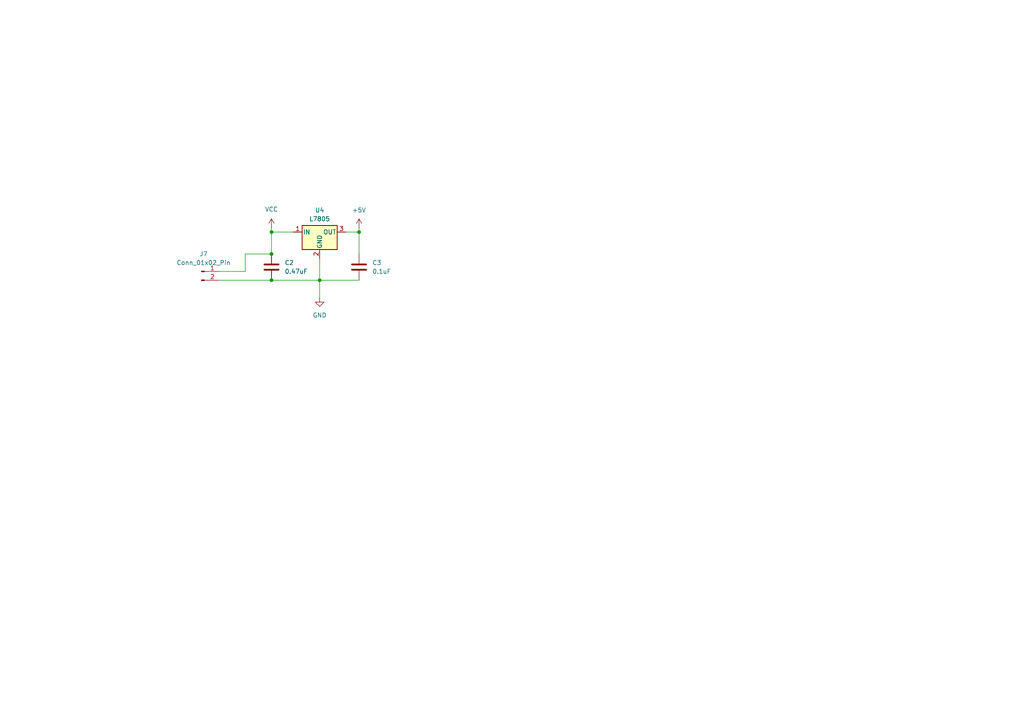
<source format=kicad_sch>
(kicad_sch (version 20250114) (generator "eeschema") (generator_version "9.0")
  (paper "A4")
  (lib_symbols
    (symbol "Connector:Conn_01x02_Pin" (pin_names (offset 1.016) (hide yes))
      (property "Reference" "J" (at 0 2.54 0))
      (property "Value" "Conn_01x02_Pin" (at 0 -5.08 0))
      (symbol "Conn_01x02_Pin_1_1"
        (rectangle (start 0.8636 0.127) (end 0 -0.127) (stroke (width 0.1524)) (fill (type outline)))
        (rectangle (start 0.8636 -2.413) (end 0 -2.667) (stroke (width 0.1524)) (fill (type outline)))
        (polyline (pts (xy 1.27 0) (xy 0.8636 0)) (stroke (width 0.1524)))
        (polyline (pts (xy 1.27 -2.54) (xy 0.8636 -2.54)) (stroke (width 0.1524)))
        (pin passive line (at 5.08 0 180) (length 3.81) (name "Pin_1") (number "1"))
        (pin passive line (at 5.08 -2.54 180) (length 3.81) (name "Pin_2") (number "2"))
      )
    )
    (symbol "Device:C" (pin_numbers (hide yes)) (pin_names (offset 0.254))
      (property "Reference" "C" (at 0.635 2.54 0))
      (property "Value" "C" (at 0.635 -2.54 0))
      (symbol "C_0_1"
        (polyline (pts (xy -2.032 0.762) (xy 2.032 0.762)) (stroke (width 0.508)))
        (polyline (pts (xy -2.032 -0.762) (xy 2.032 -0.762)) (stroke (width 0.508)))
      )
      (symbol "C_1_1"
        (pin passive line (at 0 3.81 270) (length 2.794) (name "~") (number "1"))
        (pin passive line (at 0 -3.81 90) (length 2.794) (name "~") (number "2"))
      )
    )
    (symbol "Regulator_Linear:L7805" (pin_names (offset 0.254))
      (property "Reference" "U" (at -3.81 3.175 0))
      (property "Value" "L7805" (at 0 3.175 0))
      (symbol "L7805_0_1"
        (rectangle (start -5.08 1.905) (end 5.08 -5.08) (stroke (width 0.254)) (fill (type background)))
      )
      (symbol "L7805_1_1"
        (pin power_in line (at -7.62 0 0) (length 2.54) (name "IN") (number "1"))
        (pin power_in line (at 0 -7.62 90) (length 2.54) (name "GND") (number "2"))
        (pin power_out line (at 7.62 0 180) (length 2.54) (name "OUT") (number "3"))
      )
    )
    (symbol "power:+5V" (power) (pin_numbers (hide yes)) (pin_names (offset 0) (hide yes))
      (property "Value" "+5V" (at 0 3.556 0))
      (symbol "+5V_0_1"
        (polyline (pts (xy -0.762 1.27) (xy 0 2.54)))
        (polyline (pts (xy 0 2.54) (xy 0.762 1.27)))
        (polyline (pts (xy 0 0) (xy 0 2.54)))
      )
      (symbol "+5V_1_1"
        (pin power_in line (at 0 0 90) (length 0) (name "~") (number "1"))
      )
    )
    (symbol "power:GND" (power) (pin_numbers (hide yes)) (pin_names (offset 0) (hide yes))
      (property "Value" "GND" (at 0 -3.81 0))
      (symbol "GND_0_1"
        (polyline (pts (xy 0 0) (xy 0 -1.27) (xy 1.27 -1.27) (xy 0 -2.54) (xy -1.27 -1.27) (xy 0 -1.27)))
      )
      (symbol "GND_1_1"
        (pin power_in line (at 0 0 270) (length 0) (name "~") (number "1"))
      )
    )
    (symbol "power:VCC" (power) (pin_numbers (hide yes)) (pin_names (offset 0) (hide yes))
      (property "Value" "VCC" (at 0 3.556 0))
      (symbol "VCC_0_1"
        (polyline (pts (xy -0.762 1.27) (xy 0 2.54)))
        (polyline (pts (xy 0 2.54) (xy 0.762 1.27)))
        (polyline (pts (xy 0 0) (xy 0 2.54)))
      )
      (symbol "VCC_1_1"
        (pin power_in line (at 0 0 90) (length 0) (name "~") (number "1"))
      )
    )
  )
  (junction (at 104.14 67.31))
  (junction (at 78.74 73.66))
  (junction (at 78.74 67.31))
  (junction (at 78.74 81.28))
  (junction (at 92.71 81.28))
  (wire (pts (xy 92.71 81.28) (xy 78.74 81.28)))
  (wire (pts (xy 104.14 66.04) (xy 104.14 67.31)))
  (wire (pts (xy 92.71 74.93) (xy 92.71 81.28)))
  (wire (pts (xy 71.12 73.66) (xy 78.74 73.66)))
  (wire (pts (xy 92.71 81.28) (xy 92.71 86.36)))
  (wire (pts (xy 78.74 67.31) (xy 78.74 73.66)))
  (wire (pts (xy 63.5 78.74) (xy 71.12 78.74)))
  (wire (pts (xy 63.5 81.28) (xy 78.74 81.28)))
  (wire (pts (xy 104.14 81.28) (xy 92.71 81.28)))
  (wire (pts (xy 100.33 67.31) (xy 104.14 67.31)))
  (wire (pts (xy 78.74 66.04) (xy 78.74 67.31)))
  (wire (pts (xy 71.12 78.74) (xy 71.12 73.66)))
  (wire (pts (xy 104.14 67.31) (xy 104.14 73.66)))
  (wire (pts (xy 78.74 67.31) (xy 85.09 67.31)))
  (symbol (lib_id "power:+5V") (at 104.14 66.04 0) (unit 1)
    (property "Reference" "#PWR010" (effects (hide yes)))
    (property "Value" "+5V" (at 104.14 60.96 0))
    (property "Description" "Power symbol creates a global label with name \"+5V\"" (effects (hide yes)))
  )
  (symbol (lib_id "Device:C") (at 78.74 77.47 0) (unit 1)
    (property "Reference" "C2" (at 82.55 76.1999 0) (effects (justify left)))
    (property "Value" "0.47uF" (at 82.55 78.7399 0) (effects (justify left)))
    (property "Footprint" "Capacitor_THT:C_Rect_L7.0mm_W4.5mm_P5.00mm" (effects (hide yes)))
    (property "Description" "Unpolarized capacitor" (effects (hide yes)))
  )
  (symbol (lib_id "Device:C") (at 104.14 77.47 0) (unit 1)
    (property "Reference" "C3" (at 107.95 76.1999 0) (effects (justify left)))
    (property "Value" "0.1uF" (at 107.95 78.7399 0) (effects (justify left)))
    (property "Footprint" "Capacitor_THT:C_Rect_L7.0mm_W2.0mm_P5.00mm" (effects (hide yes)))
    (property "Description" "Unpolarized capacitor" (effects (hide yes)))
  )
  (symbol (lib_id "Connector:Conn_01x02_Pin") (at 58.42 78.74 0) (unit 1)
    (property "Reference" "J7" (at 59.055 73.66 0))
    (property "Value" "Conn_01x02_Pin" (at 59.055 76.2 0))
    (property "Footprint" "TerminalBlock:TerminalBlock_MaiXu_MX126-5.0-02P_1x02_P5.00mm" (effects (hide yes)))
    (property "Description" "Generic connector, single row, 01x02, script generated" (effects (hide yes)))
  )
  (symbol (lib_id "power:GND") (at 92.71 86.36 0) (unit 1)
    (property "Reference" "#PWR016" (effects (hide yes)))
    (property "Value" "GND" (at 92.71 91.44 0))
    (property "Description" "Power symbol creates a global label with name \"GND\" , ground" (effects (hide yes)))
  )
  (symbol (lib_id "Regulator_Linear:L7805") (at 92.71 67.31 0) (unit 1)
    (property "Reference" "U4" (at 92.71 60.96 0))
    (property "Value" "L7805" (at 92.71 63.5 0))
    (property "Footprint" "Package_TO_SOT_THT:TO-220-3_Horizontal_TabDown" (effects (hide yes)))
    (property "Datasheet" "http://www.st.com/content/ccc/resource/technical/document/datasheet/41/4f/b3/b0/12/d4/47/88/CD00000444.pdf/files/CD00000444.pdf/jcr:content/translations/en.CD00000444.pdf" (effects (hide yes)))
    (property "Description" "Positive 1.5A 35V Linear Regulator, Fixed Output 5V, TO-220/TO-263/TO-252" (effects (hide yes)))
  )
  (symbol (lib_id "power:VCC") (at 78.74 66.04 0) (unit 1)
    (property "Reference" "#PWR08" (effects (hide yes)))
    (property "Value" "VCC" (at 78.74 60.706 0))
    (property "Description" "Power symbol creates a global label with name \"VCC\"" (effects (hide yes)))
  )
)
</source>
